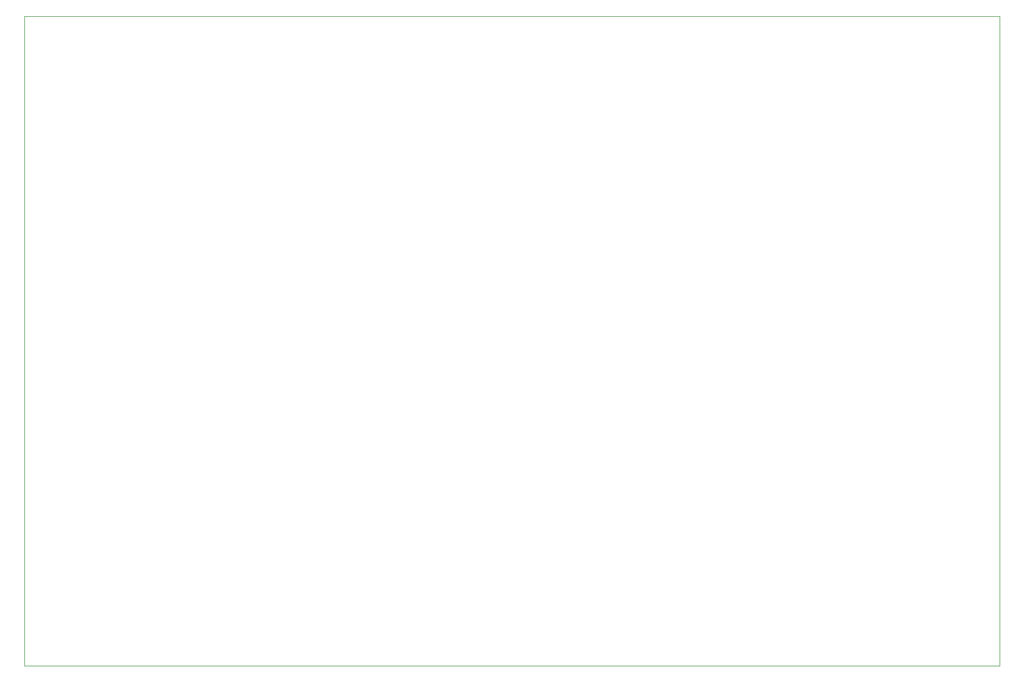
<source format=gbr>
%TF.GenerationSoftware,Altium Limited,Altium Designer,25.8.1 (18)*%
G04 Layer_Color=0*
%FSLAX45Y45*%
%MOMM*%
%TF.SameCoordinates,96F0DE5A-C95F-4AE8-8FAC-F916EA61A14B*%
%TF.FilePolarity,Positive*%
%TF.FileFunction,Profile,NP*%
%TF.Part,Single*%
G01*
G75*
%TA.AperFunction,Profile*%
%ADD46C,0.02540*%
D46*
X0Y0D02*
X15239999D01*
Y10150000D01*
X0D01*
Y0D01*
%TF.MD5,8d93cefa25af05ab0e352293904bfc0e*%
M02*

</source>
